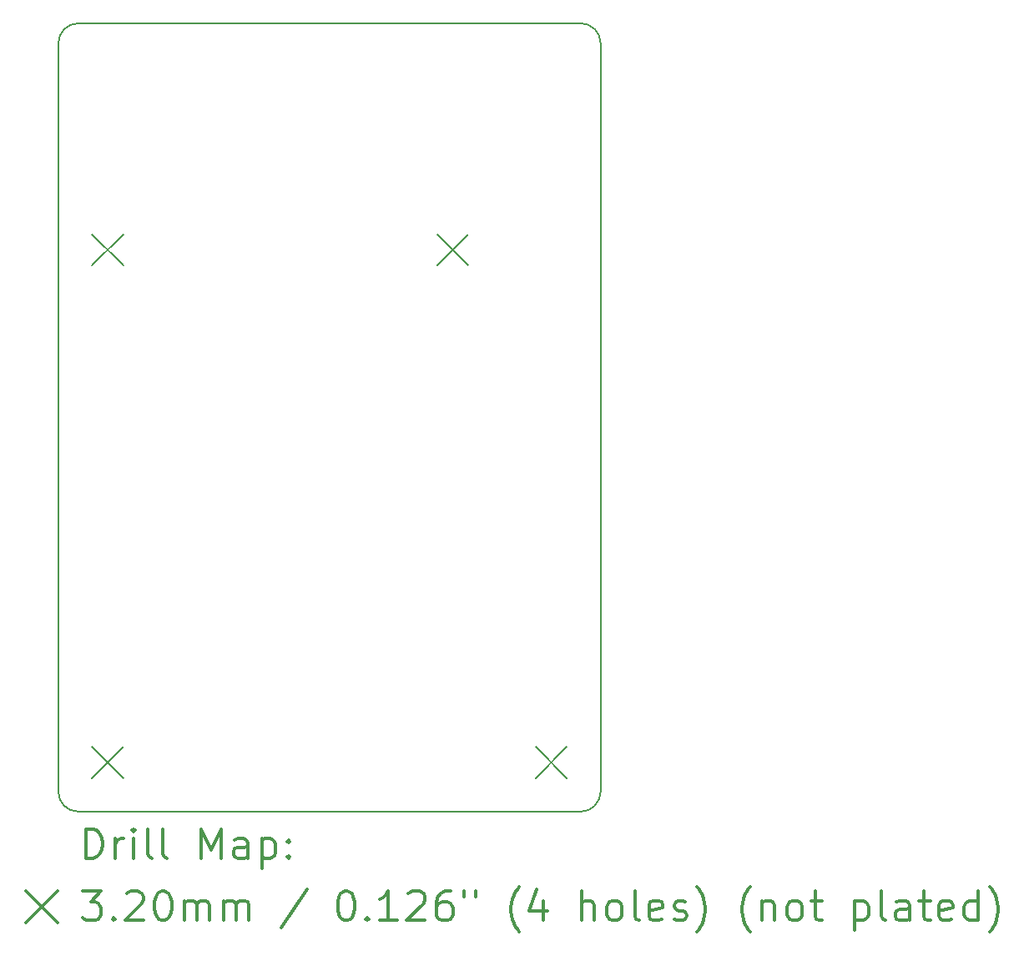
<source format=gbr>
%FSLAX45Y45*%
G04 Gerber Fmt 4.5, Leading zero omitted, Abs format (unit mm)*
G04 Created by KiCad (PCBNEW (5.0.0-rc2-190-gf634b7565)) date 07/18/18 22:59:17*
%MOMM*%
%LPD*%
G01*
G04 APERTURE LIST*
%ADD10C,0.200000*%
%ADD11C,0.300000*%
G04 APERTURE END LIST*
D10*
X18000000Y-12500000D02*
G75*
G02X17800000Y-12300000I0J200000D01*
G01*
X23100000Y-4500000D02*
G75*
G02X23300000Y-4700000I0J-200000D01*
G01*
X23300000Y-12300000D02*
G75*
G02X23100000Y-12500000I-200000J0D01*
G01*
X17800000Y-4700000D02*
G75*
G02X18000000Y-4500000I200000J0D01*
G01*
X17800000Y-4700000D02*
X17800000Y-12300000D01*
X23100000Y-4500000D02*
X18000000Y-4500000D01*
X23300000Y-12300000D02*
X23300000Y-4700000D01*
X18000000Y-12500000D02*
X23100000Y-12500000D01*
D10*
X18140000Y-11840000D02*
X18460000Y-12160000D01*
X18460000Y-11840000D02*
X18140000Y-12160000D01*
X22640000Y-11840000D02*
X22960000Y-12160000D01*
X22960000Y-11840000D02*
X22640000Y-12160000D01*
X18140000Y-6640000D02*
X18460000Y-6960000D01*
X18460000Y-6640000D02*
X18140000Y-6960000D01*
X21640000Y-6640000D02*
X21960000Y-6960000D01*
X21960000Y-6640000D02*
X21640000Y-6960000D01*
D11*
X18076428Y-12975714D02*
X18076428Y-12675714D01*
X18147857Y-12675714D01*
X18190714Y-12690000D01*
X18219286Y-12718571D01*
X18233571Y-12747143D01*
X18247857Y-12804286D01*
X18247857Y-12847143D01*
X18233571Y-12904286D01*
X18219286Y-12932857D01*
X18190714Y-12961429D01*
X18147857Y-12975714D01*
X18076428Y-12975714D01*
X18376428Y-12975714D02*
X18376428Y-12775714D01*
X18376428Y-12832857D02*
X18390714Y-12804286D01*
X18405000Y-12790000D01*
X18433571Y-12775714D01*
X18462143Y-12775714D01*
X18562143Y-12975714D02*
X18562143Y-12775714D01*
X18562143Y-12675714D02*
X18547857Y-12690000D01*
X18562143Y-12704286D01*
X18576428Y-12690000D01*
X18562143Y-12675714D01*
X18562143Y-12704286D01*
X18747857Y-12975714D02*
X18719286Y-12961429D01*
X18705000Y-12932857D01*
X18705000Y-12675714D01*
X18905000Y-12975714D02*
X18876428Y-12961429D01*
X18862143Y-12932857D01*
X18862143Y-12675714D01*
X19247857Y-12975714D02*
X19247857Y-12675714D01*
X19347857Y-12890000D01*
X19447857Y-12675714D01*
X19447857Y-12975714D01*
X19719286Y-12975714D02*
X19719286Y-12818571D01*
X19705000Y-12790000D01*
X19676428Y-12775714D01*
X19619286Y-12775714D01*
X19590714Y-12790000D01*
X19719286Y-12961429D02*
X19690714Y-12975714D01*
X19619286Y-12975714D01*
X19590714Y-12961429D01*
X19576428Y-12932857D01*
X19576428Y-12904286D01*
X19590714Y-12875714D01*
X19619286Y-12861429D01*
X19690714Y-12861429D01*
X19719286Y-12847143D01*
X19862143Y-12775714D02*
X19862143Y-13075714D01*
X19862143Y-12790000D02*
X19890714Y-12775714D01*
X19947857Y-12775714D01*
X19976428Y-12790000D01*
X19990714Y-12804286D01*
X20005000Y-12832857D01*
X20005000Y-12918571D01*
X19990714Y-12947143D01*
X19976428Y-12961429D01*
X19947857Y-12975714D01*
X19890714Y-12975714D01*
X19862143Y-12961429D01*
X20133571Y-12947143D02*
X20147857Y-12961429D01*
X20133571Y-12975714D01*
X20119286Y-12961429D01*
X20133571Y-12947143D01*
X20133571Y-12975714D01*
X20133571Y-12790000D02*
X20147857Y-12804286D01*
X20133571Y-12818571D01*
X20119286Y-12804286D01*
X20133571Y-12790000D01*
X20133571Y-12818571D01*
X17470000Y-13310000D02*
X17790000Y-13630000D01*
X17790000Y-13310000D02*
X17470000Y-13630000D01*
X18047857Y-13305714D02*
X18233571Y-13305714D01*
X18133571Y-13420000D01*
X18176428Y-13420000D01*
X18205000Y-13434286D01*
X18219286Y-13448571D01*
X18233571Y-13477143D01*
X18233571Y-13548571D01*
X18219286Y-13577143D01*
X18205000Y-13591429D01*
X18176428Y-13605714D01*
X18090714Y-13605714D01*
X18062143Y-13591429D01*
X18047857Y-13577143D01*
X18362143Y-13577143D02*
X18376428Y-13591429D01*
X18362143Y-13605714D01*
X18347857Y-13591429D01*
X18362143Y-13577143D01*
X18362143Y-13605714D01*
X18490714Y-13334286D02*
X18505000Y-13320000D01*
X18533571Y-13305714D01*
X18605000Y-13305714D01*
X18633571Y-13320000D01*
X18647857Y-13334286D01*
X18662143Y-13362857D01*
X18662143Y-13391429D01*
X18647857Y-13434286D01*
X18476428Y-13605714D01*
X18662143Y-13605714D01*
X18847857Y-13305714D02*
X18876428Y-13305714D01*
X18905000Y-13320000D01*
X18919286Y-13334286D01*
X18933571Y-13362857D01*
X18947857Y-13420000D01*
X18947857Y-13491429D01*
X18933571Y-13548571D01*
X18919286Y-13577143D01*
X18905000Y-13591429D01*
X18876428Y-13605714D01*
X18847857Y-13605714D01*
X18819286Y-13591429D01*
X18805000Y-13577143D01*
X18790714Y-13548571D01*
X18776428Y-13491429D01*
X18776428Y-13420000D01*
X18790714Y-13362857D01*
X18805000Y-13334286D01*
X18819286Y-13320000D01*
X18847857Y-13305714D01*
X19076428Y-13605714D02*
X19076428Y-13405714D01*
X19076428Y-13434286D02*
X19090714Y-13420000D01*
X19119286Y-13405714D01*
X19162143Y-13405714D01*
X19190714Y-13420000D01*
X19205000Y-13448571D01*
X19205000Y-13605714D01*
X19205000Y-13448571D02*
X19219286Y-13420000D01*
X19247857Y-13405714D01*
X19290714Y-13405714D01*
X19319286Y-13420000D01*
X19333571Y-13448571D01*
X19333571Y-13605714D01*
X19476428Y-13605714D02*
X19476428Y-13405714D01*
X19476428Y-13434286D02*
X19490714Y-13420000D01*
X19519286Y-13405714D01*
X19562143Y-13405714D01*
X19590714Y-13420000D01*
X19605000Y-13448571D01*
X19605000Y-13605714D01*
X19605000Y-13448571D02*
X19619286Y-13420000D01*
X19647857Y-13405714D01*
X19690714Y-13405714D01*
X19719286Y-13420000D01*
X19733571Y-13448571D01*
X19733571Y-13605714D01*
X20319286Y-13291429D02*
X20062143Y-13677143D01*
X20705000Y-13305714D02*
X20733571Y-13305714D01*
X20762143Y-13320000D01*
X20776428Y-13334286D01*
X20790714Y-13362857D01*
X20805000Y-13420000D01*
X20805000Y-13491429D01*
X20790714Y-13548571D01*
X20776428Y-13577143D01*
X20762143Y-13591429D01*
X20733571Y-13605714D01*
X20705000Y-13605714D01*
X20676428Y-13591429D01*
X20662143Y-13577143D01*
X20647857Y-13548571D01*
X20633571Y-13491429D01*
X20633571Y-13420000D01*
X20647857Y-13362857D01*
X20662143Y-13334286D01*
X20676428Y-13320000D01*
X20705000Y-13305714D01*
X20933571Y-13577143D02*
X20947857Y-13591429D01*
X20933571Y-13605714D01*
X20919286Y-13591429D01*
X20933571Y-13577143D01*
X20933571Y-13605714D01*
X21233571Y-13605714D02*
X21062143Y-13605714D01*
X21147857Y-13605714D02*
X21147857Y-13305714D01*
X21119286Y-13348571D01*
X21090714Y-13377143D01*
X21062143Y-13391429D01*
X21347857Y-13334286D02*
X21362143Y-13320000D01*
X21390714Y-13305714D01*
X21462143Y-13305714D01*
X21490714Y-13320000D01*
X21505000Y-13334286D01*
X21519286Y-13362857D01*
X21519286Y-13391429D01*
X21505000Y-13434286D01*
X21333571Y-13605714D01*
X21519286Y-13605714D01*
X21776428Y-13305714D02*
X21719286Y-13305714D01*
X21690714Y-13320000D01*
X21676428Y-13334286D01*
X21647857Y-13377143D01*
X21633571Y-13434286D01*
X21633571Y-13548571D01*
X21647857Y-13577143D01*
X21662143Y-13591429D01*
X21690714Y-13605714D01*
X21747857Y-13605714D01*
X21776428Y-13591429D01*
X21790714Y-13577143D01*
X21805000Y-13548571D01*
X21805000Y-13477143D01*
X21790714Y-13448571D01*
X21776428Y-13434286D01*
X21747857Y-13420000D01*
X21690714Y-13420000D01*
X21662143Y-13434286D01*
X21647857Y-13448571D01*
X21633571Y-13477143D01*
X21919286Y-13305714D02*
X21919286Y-13362857D01*
X22033571Y-13305714D02*
X22033571Y-13362857D01*
X22476428Y-13720000D02*
X22462143Y-13705714D01*
X22433571Y-13662857D01*
X22419286Y-13634286D01*
X22405000Y-13591429D01*
X22390714Y-13520000D01*
X22390714Y-13462857D01*
X22405000Y-13391429D01*
X22419286Y-13348571D01*
X22433571Y-13320000D01*
X22462143Y-13277143D01*
X22476428Y-13262857D01*
X22719286Y-13405714D02*
X22719286Y-13605714D01*
X22647857Y-13291429D02*
X22576428Y-13505714D01*
X22762143Y-13505714D01*
X23105000Y-13605714D02*
X23105000Y-13305714D01*
X23233571Y-13605714D02*
X23233571Y-13448571D01*
X23219286Y-13420000D01*
X23190714Y-13405714D01*
X23147857Y-13405714D01*
X23119286Y-13420000D01*
X23105000Y-13434286D01*
X23419286Y-13605714D02*
X23390714Y-13591429D01*
X23376428Y-13577143D01*
X23362143Y-13548571D01*
X23362143Y-13462857D01*
X23376428Y-13434286D01*
X23390714Y-13420000D01*
X23419286Y-13405714D01*
X23462143Y-13405714D01*
X23490714Y-13420000D01*
X23505000Y-13434286D01*
X23519286Y-13462857D01*
X23519286Y-13548571D01*
X23505000Y-13577143D01*
X23490714Y-13591429D01*
X23462143Y-13605714D01*
X23419286Y-13605714D01*
X23690714Y-13605714D02*
X23662143Y-13591429D01*
X23647857Y-13562857D01*
X23647857Y-13305714D01*
X23919286Y-13591429D02*
X23890714Y-13605714D01*
X23833571Y-13605714D01*
X23805000Y-13591429D01*
X23790714Y-13562857D01*
X23790714Y-13448571D01*
X23805000Y-13420000D01*
X23833571Y-13405714D01*
X23890714Y-13405714D01*
X23919286Y-13420000D01*
X23933571Y-13448571D01*
X23933571Y-13477143D01*
X23790714Y-13505714D01*
X24047857Y-13591429D02*
X24076428Y-13605714D01*
X24133571Y-13605714D01*
X24162143Y-13591429D01*
X24176428Y-13562857D01*
X24176428Y-13548571D01*
X24162143Y-13520000D01*
X24133571Y-13505714D01*
X24090714Y-13505714D01*
X24062143Y-13491429D01*
X24047857Y-13462857D01*
X24047857Y-13448571D01*
X24062143Y-13420000D01*
X24090714Y-13405714D01*
X24133571Y-13405714D01*
X24162143Y-13420000D01*
X24276428Y-13720000D02*
X24290714Y-13705714D01*
X24319286Y-13662857D01*
X24333571Y-13634286D01*
X24347857Y-13591429D01*
X24362143Y-13520000D01*
X24362143Y-13462857D01*
X24347857Y-13391429D01*
X24333571Y-13348571D01*
X24319286Y-13320000D01*
X24290714Y-13277143D01*
X24276428Y-13262857D01*
X24819286Y-13720000D02*
X24805000Y-13705714D01*
X24776428Y-13662857D01*
X24762143Y-13634286D01*
X24747857Y-13591429D01*
X24733571Y-13520000D01*
X24733571Y-13462857D01*
X24747857Y-13391429D01*
X24762143Y-13348571D01*
X24776428Y-13320000D01*
X24805000Y-13277143D01*
X24819286Y-13262857D01*
X24933571Y-13405714D02*
X24933571Y-13605714D01*
X24933571Y-13434286D02*
X24947857Y-13420000D01*
X24976428Y-13405714D01*
X25019286Y-13405714D01*
X25047857Y-13420000D01*
X25062143Y-13448571D01*
X25062143Y-13605714D01*
X25247857Y-13605714D02*
X25219286Y-13591429D01*
X25205000Y-13577143D01*
X25190714Y-13548571D01*
X25190714Y-13462857D01*
X25205000Y-13434286D01*
X25219286Y-13420000D01*
X25247857Y-13405714D01*
X25290714Y-13405714D01*
X25319286Y-13420000D01*
X25333571Y-13434286D01*
X25347857Y-13462857D01*
X25347857Y-13548571D01*
X25333571Y-13577143D01*
X25319286Y-13591429D01*
X25290714Y-13605714D01*
X25247857Y-13605714D01*
X25433571Y-13405714D02*
X25547857Y-13405714D01*
X25476428Y-13305714D02*
X25476428Y-13562857D01*
X25490714Y-13591429D01*
X25519286Y-13605714D01*
X25547857Y-13605714D01*
X25876428Y-13405714D02*
X25876428Y-13705714D01*
X25876428Y-13420000D02*
X25905000Y-13405714D01*
X25962143Y-13405714D01*
X25990714Y-13420000D01*
X26005000Y-13434286D01*
X26019286Y-13462857D01*
X26019286Y-13548571D01*
X26005000Y-13577143D01*
X25990714Y-13591429D01*
X25962143Y-13605714D01*
X25905000Y-13605714D01*
X25876428Y-13591429D01*
X26190714Y-13605714D02*
X26162143Y-13591429D01*
X26147857Y-13562857D01*
X26147857Y-13305714D01*
X26433571Y-13605714D02*
X26433571Y-13448571D01*
X26419286Y-13420000D01*
X26390714Y-13405714D01*
X26333571Y-13405714D01*
X26305000Y-13420000D01*
X26433571Y-13591429D02*
X26405000Y-13605714D01*
X26333571Y-13605714D01*
X26305000Y-13591429D01*
X26290714Y-13562857D01*
X26290714Y-13534286D01*
X26305000Y-13505714D01*
X26333571Y-13491429D01*
X26405000Y-13491429D01*
X26433571Y-13477143D01*
X26533571Y-13405714D02*
X26647857Y-13405714D01*
X26576428Y-13305714D02*
X26576428Y-13562857D01*
X26590714Y-13591429D01*
X26619286Y-13605714D01*
X26647857Y-13605714D01*
X26862143Y-13591429D02*
X26833571Y-13605714D01*
X26776428Y-13605714D01*
X26747857Y-13591429D01*
X26733571Y-13562857D01*
X26733571Y-13448571D01*
X26747857Y-13420000D01*
X26776428Y-13405714D01*
X26833571Y-13405714D01*
X26862143Y-13420000D01*
X26876428Y-13448571D01*
X26876428Y-13477143D01*
X26733571Y-13505714D01*
X27133571Y-13605714D02*
X27133571Y-13305714D01*
X27133571Y-13591429D02*
X27105000Y-13605714D01*
X27047857Y-13605714D01*
X27019286Y-13591429D01*
X27005000Y-13577143D01*
X26990714Y-13548571D01*
X26990714Y-13462857D01*
X27005000Y-13434286D01*
X27019286Y-13420000D01*
X27047857Y-13405714D01*
X27105000Y-13405714D01*
X27133571Y-13420000D01*
X27247857Y-13720000D02*
X27262143Y-13705714D01*
X27290714Y-13662857D01*
X27305000Y-13634286D01*
X27319286Y-13591429D01*
X27333571Y-13520000D01*
X27333571Y-13462857D01*
X27319286Y-13391429D01*
X27305000Y-13348571D01*
X27290714Y-13320000D01*
X27262143Y-13277143D01*
X27247857Y-13262857D01*
M02*

</source>
